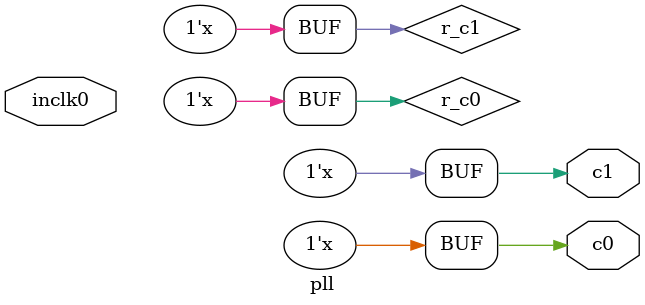
<source format=v>
module pll (
    input wire inclk0,
    output wire c0,
    output wire c1
);
    // Typical PLL simulation - in real implementation will use Altera/Intel IP core
    reg r_c0 = 0;
    reg r_c1 = 0;
    
    // Simulate 50MHz clock (c0)
    always #10 r_c0 = ~r_c0;
    
    // Simulate 25MHz clock (c1) for VGA
    always #20 r_c1 = ~r_c1;
    
    assign c0 = r_c0;
    assign c1 = r_c1;
    
endmodule 
</source>
